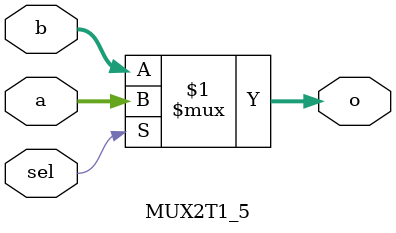
<source format=v>
`timescale 1ns / 1ps
module 	MUX2T1_5(input[4:0]a,
						 input[4:0]b,
						 input sel,
						 output[4:0]o
						 );

	assign o=sel?a:b;

endmodule
</source>
